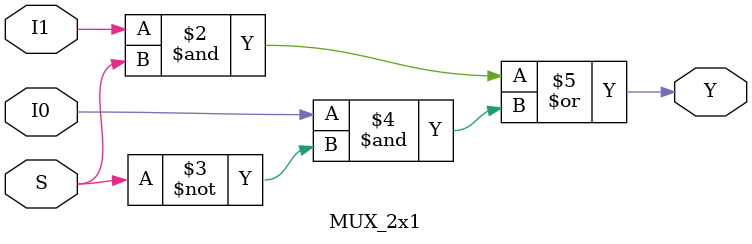
<source format=v>
module MUX_2x1(
    input I1,
    input I0,
    input S,
    output reg Y
    );
    
always @ (I1 or I0 or S) begin
    Y = (I1 & S) | (I0 & ~S);
end
    
endmodule

</source>
